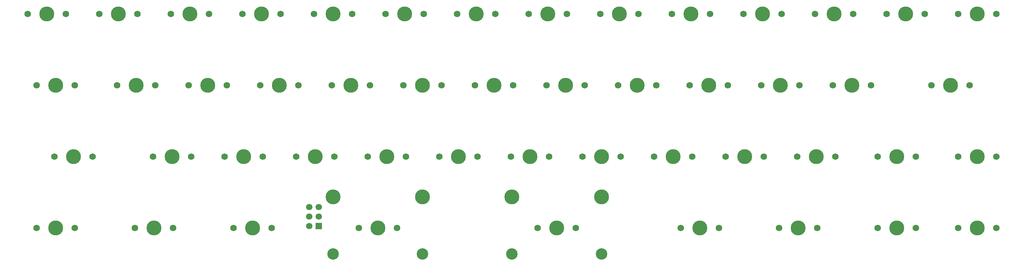
<source format=gts>
G04 #@! TF.GenerationSoftware,KiCad,Pcbnew,5.1.10*
G04 #@! TF.CreationDate,2021-06-15T23:35:37+09:00*
G04 #@! TF.ProjectId,bakeneko40,62616b65-6e65-46b6-9f34-302e6b696361,rev?*
G04 #@! TF.SameCoordinates,Original*
G04 #@! TF.FileFunction,Soldermask,Top*
G04 #@! TF.FilePolarity,Negative*
%FSLAX46Y46*%
G04 Gerber Fmt 4.6, Leading zero omitted, Abs format (unit mm)*
G04 Created by KiCad (PCBNEW 5.1.10) date 2021-06-15 23:35:37*
%MOMM*%
%LPD*%
G01*
G04 APERTURE LIST*
%ADD10C,3.987800*%
%ADD11C,1.750000*%
%ADD12C,3.048000*%
%ADD13R,1.700000X1.700000*%
%ADD14C,1.700000*%
G04 APERTURE END LIST*
D10*
G04 #@! TO.C,MX45*
X161131250Y-114300000D03*
D11*
X156051250Y-114300000D03*
X166211250Y-114300000D03*
D12*
X149225000Y-121285000D03*
X173037500Y-121285000D03*
D10*
X149225000Y-106045000D03*
X173037500Y-106045000D03*
G04 #@! TD*
G04 #@! TO.C,MX44*
X113506250Y-114300000D03*
D11*
X108426250Y-114300000D03*
X118586250Y-114300000D03*
D12*
X101600000Y-121285000D03*
X125412500Y-121285000D03*
D10*
X101600000Y-106045000D03*
X125412500Y-106045000D03*
G04 #@! TD*
G04 #@! TO.C,MX32*
X115887500Y-95250000D03*
D11*
X110807500Y-95250000D03*
X120967500Y-95250000D03*
G04 #@! TD*
D10*
G04 #@! TO.C,MX41*
X27781250Y-114300000D03*
D11*
X22701250Y-114300000D03*
X32861250Y-114300000D03*
G04 #@! TD*
D10*
G04 #@! TO.C,MX49*
X273050000Y-114300000D03*
D11*
X267970000Y-114300000D03*
X278130000Y-114300000D03*
G04 #@! TD*
D10*
G04 #@! TO.C,MX21*
X144462500Y-76200000D03*
D11*
X139382500Y-76200000D03*
X149542500Y-76200000D03*
G04 #@! TD*
D10*
G04 #@! TO.C,MX35*
X173037500Y-95250000D03*
D11*
X167957500Y-95250000D03*
X178117500Y-95250000D03*
G04 #@! TD*
D10*
G04 #@! TO.C,MX14*
X273050000Y-57150000D03*
D11*
X267970000Y-57150000D03*
X278130000Y-57150000D03*
G04 #@! TD*
D10*
G04 #@! TO.C,MX3*
X63500000Y-57150000D03*
D11*
X58420000Y-57150000D03*
X68580000Y-57150000D03*
G04 #@! TD*
D10*
G04 #@! TO.C,MX30*
X77787500Y-95250000D03*
D11*
X72707500Y-95250000D03*
X82867500Y-95250000D03*
G04 #@! TD*
D10*
G04 #@! TO.C,MX42*
X53975000Y-114300000D03*
D11*
X48895000Y-114300000D03*
X59055000Y-114300000D03*
G04 #@! TD*
D10*
G04 #@! TO.C,MX48*
X251618750Y-114300000D03*
D11*
X246538750Y-114300000D03*
X256698750Y-114300000D03*
G04 #@! TD*
D10*
G04 #@! TO.C,MX47*
X225425000Y-114300000D03*
D11*
X220345000Y-114300000D03*
X230505000Y-114300000D03*
G04 #@! TD*
D10*
G04 #@! TO.C,MX46*
X199231250Y-114300000D03*
D11*
X194151250Y-114300000D03*
X204311250Y-114300000D03*
G04 #@! TD*
D10*
G04 #@! TO.C,MX43*
X80168750Y-114300000D03*
D11*
X75088750Y-114300000D03*
X85248750Y-114300000D03*
G04 #@! TD*
D10*
G04 #@! TO.C,MX40*
X273050000Y-95250000D03*
D11*
X267970000Y-95250000D03*
X278130000Y-95250000D03*
G04 #@! TD*
D10*
G04 #@! TO.C,MX39*
X251618750Y-95250000D03*
D11*
X246538750Y-95250000D03*
X256698750Y-95250000D03*
G04 #@! TD*
D10*
G04 #@! TO.C,MX38*
X230187500Y-95250000D03*
D11*
X225107500Y-95250000D03*
X235267500Y-95250000D03*
G04 #@! TD*
D10*
G04 #@! TO.C,MX37*
X211137500Y-95250000D03*
D11*
X206057500Y-95250000D03*
X216217500Y-95250000D03*
G04 #@! TD*
D10*
G04 #@! TO.C,MX36*
X192087500Y-95250000D03*
D11*
X187007500Y-95250000D03*
X197167500Y-95250000D03*
G04 #@! TD*
D10*
G04 #@! TO.C,MX34*
X153987500Y-95250000D03*
D11*
X148907500Y-95250000D03*
X159067500Y-95250000D03*
G04 #@! TD*
D10*
G04 #@! TO.C,MX33*
X134937500Y-95250000D03*
D11*
X129857500Y-95250000D03*
X140017500Y-95250000D03*
G04 #@! TD*
D10*
G04 #@! TO.C,MX31*
X96837500Y-95250000D03*
D11*
X91757500Y-95250000D03*
X101917500Y-95250000D03*
G04 #@! TD*
D10*
G04 #@! TO.C,MX29*
X58737500Y-95250000D03*
D11*
X53657500Y-95250000D03*
X63817500Y-95250000D03*
G04 #@! TD*
D10*
G04 #@! TO.C,MX28*
X32543750Y-95250000D03*
D11*
X27463750Y-95250000D03*
X37623750Y-95250000D03*
G04 #@! TD*
D10*
G04 #@! TO.C,MX27*
X265906250Y-76200000D03*
D11*
X260826250Y-76200000D03*
X270986250Y-76200000D03*
G04 #@! TD*
D10*
G04 #@! TO.C,MX26*
X239712500Y-76200000D03*
D11*
X234632500Y-76200000D03*
X244792500Y-76200000D03*
G04 #@! TD*
D10*
G04 #@! TO.C,MX25*
X220662500Y-76200000D03*
D11*
X215582500Y-76200000D03*
X225742500Y-76200000D03*
G04 #@! TD*
D10*
G04 #@! TO.C,MX24*
X201612500Y-76200000D03*
D11*
X196532500Y-76200000D03*
X206692500Y-76200000D03*
G04 #@! TD*
D10*
G04 #@! TO.C,MX23*
X182562500Y-76200000D03*
D11*
X177482500Y-76200000D03*
X187642500Y-76200000D03*
G04 #@! TD*
D10*
G04 #@! TO.C,MX22*
X163512500Y-76200000D03*
D11*
X158432500Y-76200000D03*
X168592500Y-76200000D03*
G04 #@! TD*
D10*
G04 #@! TO.C,MX20*
X125412500Y-76200000D03*
D11*
X120332500Y-76200000D03*
X130492500Y-76200000D03*
G04 #@! TD*
D10*
G04 #@! TO.C,MX19*
X106362500Y-76200000D03*
D11*
X101282500Y-76200000D03*
X111442500Y-76200000D03*
G04 #@! TD*
D10*
G04 #@! TO.C,MX18*
X87312500Y-76200000D03*
D11*
X82232500Y-76200000D03*
X92392500Y-76200000D03*
G04 #@! TD*
D10*
G04 #@! TO.C,MX17*
X68262500Y-76200000D03*
D11*
X63182500Y-76200000D03*
X73342500Y-76200000D03*
G04 #@! TD*
D10*
G04 #@! TO.C,MX16*
X49212500Y-76200000D03*
D11*
X44132500Y-76200000D03*
X54292500Y-76200000D03*
G04 #@! TD*
D10*
G04 #@! TO.C,MX15*
X27781250Y-76200000D03*
D11*
X22701250Y-76200000D03*
X32861250Y-76200000D03*
G04 #@! TD*
D10*
G04 #@! TO.C,MX13*
X254000000Y-57150000D03*
D11*
X248920000Y-57150000D03*
X259080000Y-57150000D03*
G04 #@! TD*
D10*
G04 #@! TO.C,MX12*
X234950000Y-57150000D03*
D11*
X229870000Y-57150000D03*
X240030000Y-57150000D03*
G04 #@! TD*
D10*
G04 #@! TO.C,MX11*
X215900000Y-57150000D03*
D11*
X210820000Y-57150000D03*
X220980000Y-57150000D03*
G04 #@! TD*
D10*
G04 #@! TO.C,MX10*
X196850000Y-57150000D03*
D11*
X191770000Y-57150000D03*
X201930000Y-57150000D03*
G04 #@! TD*
D10*
G04 #@! TO.C,MX9*
X177800000Y-57150000D03*
D11*
X172720000Y-57150000D03*
X182880000Y-57150000D03*
G04 #@! TD*
D10*
G04 #@! TO.C,MX8*
X158750000Y-57150000D03*
D11*
X153670000Y-57150000D03*
X163830000Y-57150000D03*
G04 #@! TD*
D10*
G04 #@! TO.C,MX7*
X139700000Y-57150000D03*
D11*
X134620000Y-57150000D03*
X144780000Y-57150000D03*
G04 #@! TD*
D10*
G04 #@! TO.C,MX6*
X120650000Y-57150000D03*
D11*
X115570000Y-57150000D03*
X125730000Y-57150000D03*
G04 #@! TD*
D10*
G04 #@! TO.C,MX5*
X101600000Y-57150000D03*
D11*
X96520000Y-57150000D03*
X106680000Y-57150000D03*
G04 #@! TD*
D10*
G04 #@! TO.C,MX4*
X82550000Y-57150000D03*
D11*
X77470000Y-57150000D03*
X87630000Y-57150000D03*
G04 #@! TD*
D10*
G04 #@! TO.C,MX2*
X44450000Y-57150000D03*
D11*
X39370000Y-57150000D03*
X49530000Y-57150000D03*
G04 #@! TD*
D10*
G04 #@! TO.C,MX1*
X25400000Y-57150000D03*
D11*
X20320000Y-57150000D03*
X30480000Y-57150000D03*
G04 #@! TD*
D13*
G04 #@! TO.C,J2*
X97790000Y-113823750D03*
D14*
X95250000Y-113823750D03*
X97790000Y-111283750D03*
X95250000Y-111283750D03*
X97790000Y-108743750D03*
X95250000Y-108743750D03*
G04 #@! TD*
M02*

</source>
